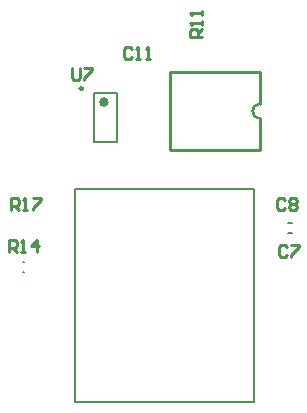
<source format=gto>
G04*
G04 #@! TF.GenerationSoftware,Altium Limited,Altium Designer,20.1.12 (249)*
G04*
G04 Layer_Color=65535*
%FSLAX25Y25*%
%MOIN*%
G70*
G04*
G04 #@! TF.SameCoordinates,D8CEFF92-047C-410D-934D-B173C227594B*
G04*
G04*
G04 #@! TF.FilePolarity,Positive*
G04*
G01*
G75*
%ADD10C,0.01000*%
%ADD11C,0.00984*%
%ADD12C,0.01575*%
%ADD13C,0.00787*%
D10*
X89000Y148000D02*
G03*
X89000Y143000I0J-2500D01*
G01*
Y148000D02*
Y158500D01*
Y132500D02*
Y143000D01*
X59000Y132500D02*
X89000D01*
X59000D02*
Y158500D01*
X89000D01*
X26168Y159999D02*
Y156667D01*
X26834Y156001D01*
X28167D01*
X28834Y156667D01*
Y159999D01*
X30167D02*
X32832D01*
Y159333D01*
X30167Y156667D01*
Y156001D01*
X6002Y112501D02*
Y116499D01*
X8001D01*
X8667Y115833D01*
Y114500D01*
X8001Y113833D01*
X6002D01*
X7334D02*
X8667Y112501D01*
X10000D02*
X11333D01*
X10667D01*
Y116499D01*
X10000Y115833D01*
X13333Y116499D02*
X15998D01*
Y115833D01*
X13333Y113167D01*
Y112501D01*
X5236Y98419D02*
Y102418D01*
X7235D01*
X7902Y101751D01*
Y100418D01*
X7235Y99752D01*
X5236D01*
X6569D02*
X7902Y98419D01*
X9235D02*
X10568D01*
X9901D01*
Y102418D01*
X9235Y101751D01*
X14566Y98419D02*
Y102418D01*
X12567Y100418D01*
X15233D01*
X69499Y170168D02*
X65501D01*
Y172167D01*
X66167Y172834D01*
X67500D01*
X68166Y172167D01*
Y170168D01*
Y171501D02*
X69499Y172834D01*
Y174167D02*
Y175500D01*
Y174833D01*
X65501D01*
X66167Y174167D01*
X69499Y177499D02*
Y178832D01*
Y178165D01*
X65501D01*
X66167Y177499D01*
X46334Y166333D02*
X45667Y166999D01*
X44335D01*
X43668Y166333D01*
Y163667D01*
X44335Y163001D01*
X45667D01*
X46334Y163667D01*
X47667Y163001D02*
X49000D01*
X48333D01*
Y166999D01*
X47667Y166333D01*
X50999Y163001D02*
X52332D01*
X51666D01*
Y166999D01*
X50999Y166333D01*
X97334Y115833D02*
X96667Y116499D01*
X95334D01*
X94668Y115833D01*
Y113167D01*
X95334Y112501D01*
X96667D01*
X97334Y113167D01*
X98667Y115833D02*
X99333Y116499D01*
X100666D01*
X101332Y115833D01*
Y115166D01*
X100666Y114500D01*
X101332Y113833D01*
Y113167D01*
X100666Y112501D01*
X99333D01*
X98667Y113167D01*
Y113833D01*
X99333Y114500D01*
X98667Y115166D01*
Y115833D01*
X99333Y114500D02*
X100666D01*
X97834Y100333D02*
X97167Y100999D01*
X95834D01*
X95168Y100333D01*
Y97667D01*
X95834Y97001D01*
X97167D01*
X97834Y97667D01*
X99167Y100999D02*
X101832D01*
Y100333D01*
X99167Y97667D01*
Y97001D01*
D11*
X29921Y153047D02*
G03*
X29921Y153047I-492J0D01*
G01*
D12*
X37697Y148520D02*
G03*
X37697Y148520I-787J0D01*
G01*
D13*
X27177Y48567D02*
Y119433D01*
X86823D01*
Y48567D02*
Y119433D01*
X27177Y48567D02*
X86823D01*
X33760Y135331D02*
Y151669D01*
X41240Y135331D02*
Y151669D01*
X33760D02*
X41240D01*
X33760Y135331D02*
X41240D01*
X98409Y108173D02*
X99590D01*
X98409Y104827D02*
X99590D01*
X9803Y91728D02*
X10197D01*
X9803Y95272D02*
X10197D01*
M02*

</source>
